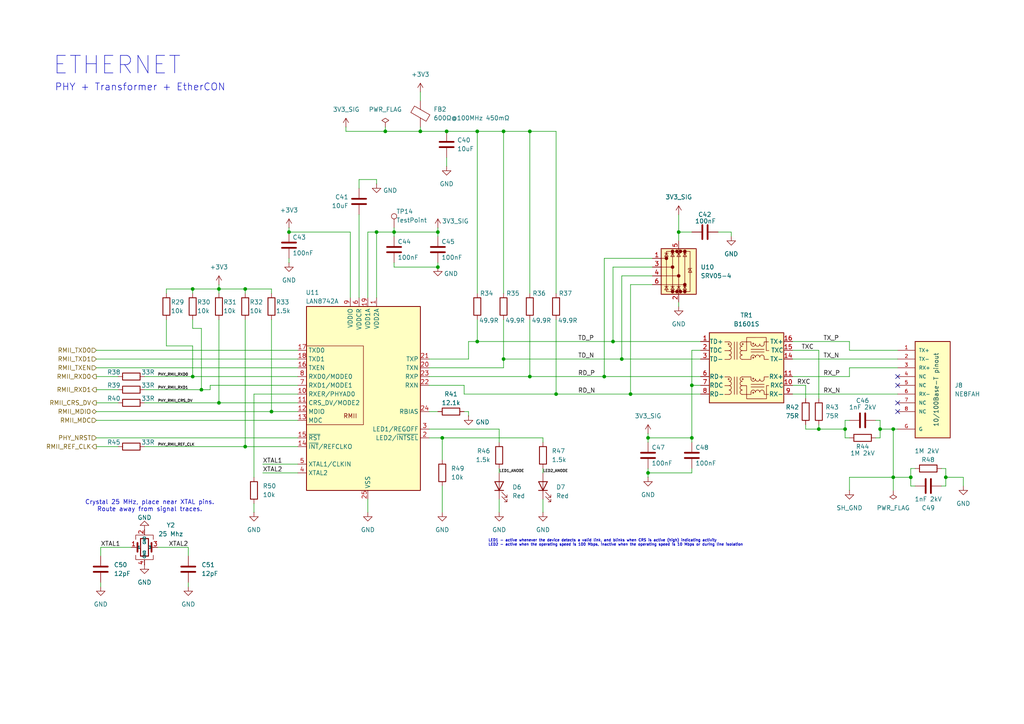
<source format=kicad_sch>
(kicad_sch (version 20250114) (generator "eeschema") (generator_version "9.0")
  (paper "A4")
  (lib_symbols
    (symbol "AV_Capacitors:0402CG120J500NT" (pin_numbers (hide yes)) (pin_names (offset 0.254))
      (property "Reference" "C" (at 0.635 2.54 0))
      (property "Value" "12pF" (at 0.635 -2.54 0))
      (symbol "0402CG120J500NT_1_1"
        (pin passive line (at 0 3.81 270) (length 2.794) (name "~") (number "1"))
        (pin passive line (at 0 -3.81 90) (length 2.794) (name "~") (number "2"))
      )
    )
    (symbol "AV_Capacitors:1206B102K202NT" (pin_numbers (hide yes)) (pin_names (offset 0.254))
      (property "Reference" "C" (at 0.635 2.54 0))
      (property "Value" "1nF 2kV" (at 0.635 -2.54 0))
      (symbol "1206B102K202NT_1_1"
        (pin passive line (at 0 3.81 270) (length 2.794) (name "~") (number "1"))
        (pin passive line (at 0 -3.81 90) (length 2.794) (name "~") (number "2"))
      )
    )
    (symbol "AV_Capacitors:CL05B104KO5NNNC" (pin_numbers (hide yes)) (pin_names (offset 0.254))
      (property "Reference" "C" (at 0.635 2.54 0))
      (property "Value" "100nF" (at 0.635 -2.54 0))
      (symbol "CL05B104KO5NNNC_1_1"
        (pin passive line (at 0 3.81 270) (length 2.794) (name "~") (number "1"))
        (pin passive line (at 0 -3.81 90) (length 2.794) (name "~") (number "2"))
      )
    )
    (symbol "AV_Capacitors:CL10A106KP8NNNC" (pin_numbers (hide yes)) (pin_names (offset 0.254))
      (property "Reference" "C" (at 0.635 2.54 0))
      (property "Value" "10uF" (at 0.635 -2.54 0))
      (symbol "CL10A106KP8NNNC_1_1"
        (pin passive line (at 0 3.81 270) (length 2.794) (name "~") (number "1"))
        (pin passive line (at 0 -3.81 90) (length 2.794) (name "~") (number "2"))
      )
    )
    (symbol "AV_Connectors:NE8FAH" (pin_names (offset 1.016)) (in_bom no)
      (property "Reference" "J" (at -5.08 15.24 0))
      (property "Value" "NE8FAH" (at -5.08 -17.78 0))
      (symbol "NE8FAH_0_0"
        (pin passive line (at -10.16 10.16 0) (length 5.08) (name "TX+") (number "1"))
        (pin passive line (at -10.16 7.62 0) (length 5.08) (name "TX-") (number "2"))
        (pin passive line (at -10.16 5.08 0) (length 5.08) (name "RX+") (number "3"))
        (pin passive line (at -10.16 2.54 0) (length 5.08) (name "NC") (number "4"))
        (pin passive line (at -10.16 0 0) (length 5.08) (name "NC") (number "5"))
        (pin passive line (at -10.16 -2.54 0) (length 5.08) (name "RX-") (number "6"))
        (pin passive line (at -10.16 -5.08 0) (length 5.08) (name "NC") (number "7"))
        (pin passive line (at -10.16 -7.62 0) (length 5.08) (name "NC") (number "8"))
        (pin passive line (at -10.16 -12.7 0) (length 5.08) (name "G") (number "G"))
      )
      (symbol "NE8FAH_1_1"
        (text "10/100Base-T pinout" (at 1.016 -1.27 900) (effects (font (size 1.27 1.27))))
      )
    )
    (symbol "AV_Diodes:KT-0603R" (pin_numbers (hide yes)) (pin_names (offset 1.016) (hide yes))
      (property "Reference" "D" (at 0 2.54 0))
      (property "Value" "Red" (at 0 -2.54 0))
      (symbol "KT-0603R_1_1"
        (pin passive line (at -3.81 0 0) (length 2.54) (name "K") (number "1"))
        (pin passive line (at 3.81 0 180) (length 2.54) (name "A") (number "2"))
      )
    )
    (symbol "AV_Diodes:SRV05-4" (pin_names (hide yes))
      (property "Reference" "U" (at 1.27 9.525 0))
      (property "Value" "SRV05-4" (at 1.27 6.985 0))
      (symbol "SRV05-4_1_1"
        (pin passive line (at -7.62 2.54 0) (length 2.54) (name "I/O1") (number "1"))
        (pin passive line (at -7.62 0 0) (length 2.54) (name "I/O2") (number "3"))
        (pin passive line (at -7.62 -2.54 0) (length 2.54) (name "I/O3") (number "4"))
        (pin passive line (at -7.62 -5.08 0) (length 2.54) (name "I/O4") (number "6"))
        (pin passive line (at 0 7.62 270) (length 2.54) (name "VBUS") (number "5"))
        (pin passive line (at 0 -10.16 90) (length 2.54) (name "GND") (number "2"))
      )
    )
    (symbol "AV_Filters:GZ1608D601TF" (pin_numbers (hide yes)) (pin_names (offset 0))
      (property "Reference" "FB" (at -3.81 0.635 90))
      (property "Value" "600Ω@100MHz 450mΩ" (at 3.81 0 90))
      (symbol "GZ1608D601TF_1_1"
        (pin passive line (at 0 3.81 270) (length 2.54) (name "~") (number "1"))
        (pin passive line (at 0 -3.81 90) (length 2.54) (name "~") (number "2"))
      )
    )
    (symbol "AV_ICs:LAN8742Ai-CZ-TR"
      (property "Reference" "U" (at -13.97 29.21 0))
      (property "Value" "LAN8742A" (at 15.24 29.21 0))
      (symbol "LAN8742Ai-CZ-TR_0_0"
        (text "RMII" (at -5.08 -3.81 0) (effects (font (size 1.27 1.27))))
      )
      (symbol "LAN8742Ai-CZ-TR_1_1"
        (pin input line (at -20.32 15.24 0) (length 2.54) (name "TXD0") (number "17"))
        (pin input line (at -20.32 12.7 0) (length 2.54) (name "TXD1") (number "18"))
        (pin input line (at -20.32 10.16 0) (length 2.54) (name "TXEN") (number "16"))
        (pin bidirectional line (at -20.32 7.62 0) (length 2.54) (name "RXD0/MODE0") (number "8"))
        (pin bidirectional line (at -20.32 5.08 0) (length 2.54) (name "RXD1/MODE1") (number "7"))
        (pin output line (at -20.32 2.54 0) (length 2.54) (name "RXER/PHYAD0") (number "10"))
        (pin bidirectional line (at -20.32 0 0) (length 2.54) (name "CRS_DV/MODE2") (number "11"))
        (pin bidirectional line (at -20.32 -2.54 0) (length 2.54) (name "MDIO") (number "12"))
        (pin input line (at -20.32 -5.08 0) (length 2.54) (name "MDC") (number "13"))
        (pin input line (at -20.32 -10.16 0) (length 2.54) (name "~{RST}") (number "15"))
        (pin output line (at -20.32 -12.7 0) (length 2.54) (name "~{INT}/REFCLKO") (number "14"))
        (pin input line (at -20.32 -17.78 0) (length 2.54) (name "XTAL1/CLKIN") (number "5"))
        (pin output line (at -20.32 -20.32 0) (length 2.54) (name "XTAL2") (number "4"))
        (pin power_in line (at -5.08 30.48 270) (length 2.54) (name "VDDIO") (number "9"))
        (pin power_out line (at -2.54 30.48 270) (length 2.54) (name "VDDCR") (number "6"))
        (pin power_in line (at 0 30.48 270) (length 2.54) (name "VDD1A") (number "19"))
        (pin power_in line (at 0 -27.94 90) (length 2.54) (name "VSS") (number "25"))
        (pin power_in line (at 2.54 30.48 270) (length 2.54) (name "VDD2A") (number "1"))
        (pin passive line (at 17.78 12.7 180) (length 2.54) (name "TXP") (number "21"))
        (pin passive line (at 17.78 10.16 180) (length 2.54) (name "TXN") (number "20"))
        (pin passive line (at 17.78 7.62 180) (length 2.54) (name "RXP") (number "23"))
        (pin passive line (at 17.78 5.08 180) (length 2.54) (name "RXN") (number "22"))
        (pin passive line (at 17.78 -2.54 180) (length 2.54) (name "RBIAS") (number "24"))
        (pin bidirectional line (at 17.78 -7.62 180) (length 2.54) (name "LED1/REGOFF") (number "3"))
        (pin bidirectional line (at 17.78 -10.16 180) (length 2.54) (name "LED2/~{INTSEL}") (number "2"))
      )
    )
    (symbol "AV_Isolation:B1601S" (pin_names (offset 0.0508))
      (property "Reference" "TR" (at -10.414 11.176 0))
      (property "Value" "B1601S" (at 6.604 11.176 0))
      (symbol "B1601S_1_0"
        (pin no_connect line (at -3.81 -12.7 90) (length 2.54) (hide yes) (name "NC") (number "4"))
        (pin no_connect line (at -1.27 -12.7 90) (length 2.54) (hide yes) (name "NC") (number "5"))
        (pin no_connect line (at 1.27 -12.7 90) (length 2.54) (hide yes) (name "NC") (number "13"))
        (pin no_connect line (at 3.81 -12.7 90) (length 2.54) (hide yes) (name "NC") (number "12"))
      )
      (symbol "B1601S_1_1"
        (pin passive line (at -13.97 7.62 0) (length 2.54) (name "TD+") (number "1"))
        (pin passive line (at -13.97 5.08 0) (length 2.54) (name "TDC") (number "2"))
        (pin passive line (at -13.97 2.54 0) (length 2.54) (name "TD-") (number "3"))
        (pin passive line (at -13.97 -2.54 0) (length 2.54) (name "RD+") (number "6"))
        (pin passive line (at -13.97 -5.08 0) (length 2.54) (name "RDC") (number "7"))
        (pin passive line (at -13.97 -7.62 0) (length 2.54) (name "RD-") (number "8"))
        (pin passive line (at 12.7 7.62 180) (length 2.54) (name "TX+") (number "16"))
        (pin passive line (at 12.7 5.08 180) (length 2.54) (name "TXC") (number "15"))
        (pin passive line (at 12.7 2.54 180) (length 2.54) (name "TX-") (number "14"))
        (pin passive line (at 12.7 -2.54 180) (length 2.54) (name "RX+") (number "11"))
        (pin passive line (at 12.7 -5.08 180) (length 2.54) (name "RXC") (number "10"))
        (pin passive line (at 12.7 -7.62 180) (length 2.54) (name "RX-") (number "9"))
      )
    )
    (symbol "AV_NoPart:TestPoint" (pin_numbers (hide yes)) (pin_names (offset 0.762) (hide yes)) (in_bom no)
      (property "Reference" "TP" (at 0 5.334 0))
      (symbol "TestPoint_1_1"
        (pin passive line (at 0 0 90) (length 2.54) (name "1") (number "1"))
      )
    )
    (symbol "AV_OscillatorsCrystals:X322525MOB4SI"
      (property "Reference" "Y" (at -5.588 4.572 0))
      (property "Value" "25 Mhz" (at 5.08 4.572 0))
      (symbol "X322525MOB4SI_1_1"
        (pin passive line (at -5.08 0 0) (length 1.27) (name "1") (number "1"))
        (pin passive line (at -1.27 5.08 270) (length 1.27) (name "GND") (number "2"))
        (pin passive line (at -1.27 -5.08 90) (length 1.27) (name "GND") (number "4"))
        (pin passive line (at 2.54 0 180) (length 1.27) (name "3") (number "3"))
      )
    )
    (symbol "AV_Power:3V3_SIG" (power) (pin_numbers (hide yes)) (pin_names (offset 0) (hide yes))
      (property "Value" "3V3_SIG" (at 0 3.556 0))
      (symbol "3V3_SIG_1_1"
        (pin power_in line (at 0 0 90) (length 0) (name "~") (number "1"))
      )
    )
    (symbol "AV_Power:SH_GND" (power) (pin_numbers (hide yes)) (pin_names (offset 0) (hide yes))
      (property "Value" "SH_GND" (at 0 -3.81 0))
      (symbol "SH_GND_1_1"
        (pin power_in line (at 0 0 270) (length 0) (name "~") (number "1"))
      )
    )
    (symbol "AV_Resistors:0402WGF1002TCE" (pin_numbers (hide yes)) (pin_names (offset 0))
      (property "Reference" "R" (at 2.032 0 90))
      (property "Value" "10k" (at 0 0 90))
      (symbol "0402WGF1002TCE_1_1"
        (pin passive line (at 0 3.81 270) (length 1.27) (name "~") (number "1"))
        (pin passive line (at 0 -3.81 90) (length 1.27) (name "~") (number "2"))
      )
    )
    (symbol "AV_Resistors:0402WGF1501TCE" (pin_numbers (hide yes)) (pin_names (offset 0))
      (property "Reference" "R" (at 2.032 0 90))
      (property "Value" "1.5k" (at 0 0 90))
      (symbol "0402WGF1501TCE_1_1"
        (pin passive line (at 0 3.81 270) (length 1.27) (name "~") (number "1"))
        (pin passive line (at 0 -3.81 90) (length 1.27) (name "~") (number "2"))
      )
    )
    (symbol "AV_Resistors:0402WGF330JTCE" (pin_numbers (hide yes)) (pin_names (offset 0))
      (property "Reference" "R" (at 2.032 0 90))
      (property "Value" "33R" (at 0 0 90))
      (symbol "0402WGF330JTCE_1_1"
        (pin passive line (at 0 3.81 270) (length 1.27) (name "~") (number "1"))
        (pin passive line (at 0 -3.81 90) (length 1.27) (name "~") (number "2"))
      )
    )
    (symbol "AV_Resistors:0402WGF499JTCE" (pin_numbers (hide yes)) (pin_names (offset 0))
      (property "Reference" "R" (at 2.032 0 90))
      (property "Value" "49.9R" (at 0 0 90))
      (symbol "0402WGF499JTCE_1_1"
        (pin passive line (at 0 3.81 270) (length 1.27) (name "~") (number "1"))
        (pin passive line (at 0 -3.81 90) (length 1.27) (name "~") (number "2"))
      )
    )
    (symbol "AV_Resistors:0603WAF750JT5E" (pin_numbers (hide yes)) (pin_names (offset 0))
      (property "Reference" "R" (at 2.032 0 90))
      (property "Value" "75R" (at 0 0 90))
      (symbol "0603WAF750JT5E_1_1"
        (pin passive line (at 0 3.81 270) (length 1.27) (name "~") (number "1"))
        (pin passive line (at 0 -3.81 90) (length 1.27) (name "~") (number "2"))
      )
    )
    (symbol "AV_Resistors:FRC0402F1212TS" (pin_numbers (hide yes)) (pin_names (offset 0))
      (property "Reference" "R" (at 2.032 0 90))
      (property "Value" "12.1k" (at 0 0 90))
      (symbol "FRC0402F1212TS_1_1"
        (pin passive line (at 0 3.81 270) (length 1.27) (name "~") (number "1"))
        (pin passive line (at 0 -3.81 90) (length 1.27) (name "~") (number "2"))
      )
    )
    (symbol "AV_Resistors:HV1007J0105T4E" (pin_numbers (hide yes)) (pin_names (offset 0))
      (property "Reference" "R" (at 2.032 0 90))
      (property "Value" "1M 2kV" (at 0 0 90))
      (symbol "HV1007J0105T4E_1_1"
        (pin passive line (at 0 3.81 270) (length 1.27) (name "~") (number "1"))
        (pin passive line (at 0 -3.81 90) (length 1.27) (name "~") (number "2"))
      )
    )
    (symbol "power:+3V3" (power) (pin_numbers (hide yes)) (pin_names (offset 0) (hide yes))
      (property "Value" "+3V3" (at 0 3.556 0))
      (symbol "+3V3_1_1"
        (pin power_in line (at 0 0 90) (length 0) (name "~") (number "1"))
      )
    )
    (symbol "power:GND" (power) (pin_numbers (hide yes)) (pin_names (offset 0) (hide yes))
      (property "Value" "GND" (at 0 -3.81 0))
      (symbol "GND_1_1"
        (pin power_in line (at 0 0 270) (length 0) (name "~") (number "1"))
      )
    )
    (symbol "power:PWR_FLAG" (power) (pin_numbers (hide yes)) (pin_names (offset 0) (hide yes))
      (property "Value" "PWR_FLAG" (at 0 3.81 0))
      (symbol "PWR_FLAG_0_0"
        (pin power_out line (at 0 0 90) (length 0) (name "~") (number "1"))
      )
    )
  )
  (text "LED1 - active whenever the device detects a valid link, and blinks when CRS is active (high) indicating activity\nLED2 - active when the operating speed is 100 Mbps, inactive when the operating speed is 10 Mbps or during line isolation" (at 141.605 157.48 0) (effects (font (size 0.762 0.762)) (justify left)))
  (text "PHY + Transformer + EtherCON" (at 15.875 25.4 0) (effects (font (size 2.032 2.032)) (justify left)))
  (text "ETHERNET" (at 15.24 19.05 0) (effects (font (size 5.08 5.08)) (justify left)))
  (text "Crystal 25 MHz, place near XTAL pins.\nRoute away from signal traces." (at 43.434 146.812 0) (effects (font (size 1.27 1.27))))
  (junction (at 264.16 138.43))
  (junction (at 138.43 38.1))
  (junction (at 63.5 116.84))
  (junction (at 71.12 129.54))
  (junction (at 237.49 124.46))
  (junction (at 55.88 109.22))
  (junction (at 146.05 104.14))
  (junction (at 180.34 104.14))
  (junction (at 259.08 138.43))
  (junction (at 259.08 124.46))
  (junction (at 127 77.47))
  (junction (at 111.76 38.1))
  (junction (at 121.92 38.1))
  (junction (at 83.82 67.31))
  (junction (at 182.88 114.3))
  (junction (at 200.66 127))
  (junction (at 129.54 38.1))
  (junction (at 187.96 137.16))
  (junction (at 78.74 119.38))
  (junction (at 245.11 124.46))
  (junction (at 58.42 113.03))
  (junction (at 63.5 83.82))
  (junction (at 175.26 109.22))
  (junction (at 177.8 99.06))
  (junction (at 114.3 67.31))
  (junction (at 255.27 124.46))
  (junction (at 127 67.31))
  (junction (at 128.27 127))
  (junction (at 109.22 67.31))
  (junction (at 200.66 111.76))
  (junction (at 71.12 83.82))
  (junction (at 187.96 127))
  (junction (at 161.29 114.3))
  (junction (at 138.43 99.06))
  (junction (at 196.85 67.31))
  (junction (at 274.32 138.43))
  (junction (at 153.67 38.1))
  (junction (at 146.05 38.1))
  (junction (at 55.88 83.82))
  (junction (at 153.67 109.22))
  (no_connect (at 260.35 119.38))
  (no_connect (at 260.35 111.76))
  (no_connect (at 260.35 116.84))
  (no_connect (at 260.35 109.22))
  (wire (pts (xy 124.46 119.38) (xy 127 119.38)))
  (wire (pts (xy 153.67 38.1) (xy 161.29 38.1)))
  (wire (pts (xy 27.94 129.54) (xy 34.29 129.54)))
  (wire (pts (xy 73.66 146.05) (xy 73.66 148.59)))
  (wire (pts (xy 138.43 99.06) (xy 177.8 99.06)))
  (wire (pts (xy 129.54 45.72) (xy 129.54 48.26)))
  (wire (pts (xy 177.8 77.47) (xy 177.8 99.06)))
  (wire (pts (xy 71.12 83.82) (xy 71.12 85.09)))
  (wire (pts (xy 76.2 134.62) (xy 86.36 134.62)))
  (wire (pts (xy 246.38 121.92) (xy 245.11 121.92)))
  (wire (pts (xy 114.3 76.2) (xy 114.3 77.47)))
  (wire (pts (xy 73.66 114.3) (xy 73.66 138.43)))
  (wire (pts (xy 63.5 83.82) (xy 71.12 83.82)))
  (wire (pts (xy 27.94 113.03) (xy 34.29 113.03)))
  (wire (pts (xy 146.05 38.1) (xy 146.05 85.09)))
  (wire (pts (xy 237.49 101.6) (xy 237.49 115.57)))
  (wire (pts (xy 101.6 67.31) (xy 101.6 86.36)))
  (wire (pts (xy 259.08 124.46) (xy 260.35 124.46)))
  (wire (pts (xy 29.21 158.75) (xy 38.1 158.75)))
  (wire (pts (xy 54.61 158.75) (xy 54.61 161.29)))
  (wire (pts (xy 200.66 101.6) (xy 200.66 111.76)))
  (wire (pts (xy 161.29 92.71) (xy 161.29 114.3)))
  (wire (pts (xy 78.74 92.71) (xy 78.74 119.38)))
  (wire (pts (xy 109.22 52.07) (xy 109.22 53.34)))
  (wire (pts (xy 135.89 99.06) (xy 135.89 104.14)))
  (wire (pts (xy 138.43 38.1) (xy 138.43 85.09)))
  (wire (pts (xy 203.2 101.6) (xy 200.66 101.6)))
  (wire (pts (xy 63.5 82.55) (xy 63.5 83.82)))
  (wire (pts (xy 196.85 62.23) (xy 196.85 67.31)))
  (wire (pts (xy 55.88 83.82) (xy 55.88 85.09)))
  (wire (pts (xy 273.05 135.89) (xy 274.32 135.89)))
  (wire (pts (xy 200.66 111.76) (xy 200.66 127)))
  (wire (pts (xy 71.12 129.54) (xy 86.36 129.54)))
  (wire (pts (xy 255.27 121.92) (xy 255.27 124.46)))
  (wire (pts (xy 196.85 87.63) (xy 196.85 88.9)))
  (wire (pts (xy 229.87 109.22) (xy 246.38 109.22)))
  (wire (pts (xy 187.96 138.43) (xy 187.96 137.16)))
  (wire (pts (xy 135.89 120.65) (xy 135.89 119.38)))
  (wire (pts (xy 259.08 138.43) (xy 259.08 142.24)))
  (wire (pts (xy 128.27 133.35) (xy 128.27 127)))
  (wire (pts (xy 111.76 36.83) (xy 111.76 38.1)))
  (wire (pts (xy 144.78 144.78) (xy 144.78 148.59)))
  (wire (pts (xy 129.54 38.1) (xy 138.43 38.1)))
  (wire (pts (xy 114.3 77.47) (xy 127 77.47)))
  (wire (pts (xy 138.43 92.71) (xy 138.43 99.06)))
  (wire (pts (xy 255.27 124.46) (xy 255.27 127)))
  (wire (pts (xy 83.82 66.04) (xy 83.82 67.31)))
  (wire (pts (xy 104.14 52.07) (xy 109.22 52.07)))
  (wire (pts (xy 187.96 127) (xy 187.96 128.27)))
  (wire (pts (xy 200.66 111.76) (xy 203.2 111.76)))
  (wire (pts (xy 78.74 119.38) (xy 86.36 119.38)))
  (wire (pts (xy 27.94 116.84) (xy 34.29 116.84)))
  (wire (pts (xy 161.29 114.3) (xy 134.62 114.3)))
  (wire (pts (xy 254 127) (xy 255.27 127)))
  (wire (pts (xy 106.68 67.31) (xy 109.22 67.31)))
  (wire (pts (xy 109.22 67.31) (xy 109.22 86.36)))
  (wire (pts (xy 175.26 74.93) (xy 175.26 109.22)))
  (wire (pts (xy 229.87 99.06) (xy 246.38 99.06)))
  (wire (pts (xy 153.67 109.22) (xy 175.26 109.22)))
  (wire (pts (xy 73.66 114.3) (xy 86.36 114.3)))
  (wire (pts (xy 212.09 67.31) (xy 212.09 68.58)))
  (wire (pts (xy 138.43 38.1) (xy 146.05 38.1)))
  (wire (pts (xy 27.94 121.92) (xy 86.36 121.92)))
  (wire (pts (xy 41.91 116.84) (xy 63.5 116.84)))
  (wire (pts (xy 153.67 38.1) (xy 153.67 85.09)))
  (wire (pts (xy 229.87 111.76) (xy 233.68 111.76)))
  (wire (pts (xy 124.46 104.14) (xy 135.89 104.14)))
  (wire (pts (xy 29.21 168.91) (xy 29.21 170.18)))
  (wire (pts (xy 124.46 106.68) (xy 146.05 106.68)))
  (wire (pts (xy 245.11 127) (xy 246.38 127)))
  (wire (pts (xy 246.38 101.6) (xy 260.35 101.6)))
  (wire (pts (xy 55.88 83.82) (xy 63.5 83.82)))
  (wire (pts (xy 121.92 38.1) (xy 129.54 38.1)))
  (wire (pts (xy 259.08 138.43) (xy 264.16 138.43)))
  (wire (pts (xy 41.91 113.03) (xy 58.42 113.03)))
  (wire (pts (xy 200.66 128.27) (xy 200.66 127)))
  (wire (pts (xy 41.91 129.54) (xy 71.12 129.54)))
  (wire (pts (xy 100.33 38.1) (xy 111.76 38.1)))
  (wire (pts (xy 55.88 83.82) (xy 48.26 83.82)))
  (wire (pts (xy 177.8 99.06) (xy 203.2 99.06)))
  (wire (pts (xy 111.76 38.1) (xy 121.92 38.1)))
  (wire (pts (xy 175.26 109.22) (xy 203.2 109.22)))
  (wire (pts (xy 27.94 101.6) (xy 86.36 101.6)))
  (wire (pts (xy 83.82 74.93) (xy 83.82 76.2)))
  (wire (pts (xy 27.94 127) (xy 86.36 127)))
  (wire (pts (xy 187.96 137.16) (xy 187.96 135.89)))
  (wire (pts (xy 157.48 127) (xy 157.48 128.27)))
  (wire (pts (xy 58.42 113.03) (xy 60.96 113.03)))
  (wire (pts (xy 78.74 83.82) (xy 71.12 83.82)))
  (wire (pts (xy 264.16 138.43) (xy 264.16 135.89)))
  (wire (pts (xy 246.38 106.68) (xy 246.38 109.22)))
  (wire (pts (xy 146.05 92.71) (xy 146.05 104.14)))
  (wire (pts (xy 58.42 95.25) (xy 58.42 113.03)))
  (wire (pts (xy 60.96 113.03) (xy 60.96 111.76)))
  (wire (pts (xy 127 67.31) (xy 127 68.58)))
  (wire (pts (xy 200.66 127) (xy 187.96 127)))
  (wire (pts (xy 135.89 119.38) (xy 134.62 119.38)))
  (wire (pts (xy 124.46 109.22) (xy 153.67 109.22)))
  (wire (pts (xy 55.88 92.71) (xy 55.88 95.25)))
  (wire (pts (xy 106.68 67.31) (xy 106.68 86.36)))
  (wire (pts (xy 229.87 101.6) (xy 237.49 101.6)))
  (wire (pts (xy 233.68 123.19) (xy 233.68 124.46)))
  (wire (pts (xy 274.32 135.89) (xy 274.32 138.43)))
  (wire (pts (xy 180.34 104.14) (xy 203.2 104.14)))
  (wire (pts (xy 153.67 92.71) (xy 153.67 109.22)))
  (wire (pts (xy 182.88 82.55) (xy 182.88 114.3)))
  (wire (pts (xy 161.29 38.1) (xy 161.29 85.09)))
  (wire (pts (xy 124.46 124.46) (xy 144.78 124.46)))
  (wire (pts (xy 121.92 26.67) (xy 121.92 29.21)))
  (wire (pts (xy 138.43 99.06) (xy 135.89 99.06)))
  (wire (pts (xy 127 77.47) (xy 127 76.2)))
  (wire (pts (xy 187.96 137.16) (xy 200.66 137.16)))
  (wire (pts (xy 100.33 36.83) (xy 100.33 38.1)))
  (wire (pts (xy 29.21 158.75) (xy 29.21 161.29)))
  (wire (pts (xy 55.88 100.33) (xy 55.88 109.22)))
  (wire (pts (xy 189.23 77.47) (xy 177.8 77.47)))
  (wire (pts (xy 161.29 114.3) (xy 182.88 114.3)))
  (wire (pts (xy 76.2 137.16) (xy 86.36 137.16)))
  (wire (pts (xy 146.05 106.68) (xy 146.05 104.14)))
  (wire (pts (xy 274.32 138.43) (xy 274.32 140.97)))
  (wire (pts (xy 60.96 111.76) (xy 86.36 111.76)))
  (wire (pts (xy 48.26 100.33) (xy 55.88 100.33)))
  (wire (pts (xy 114.3 67.31) (xy 127 67.31)))
  (wire (pts (xy 264.16 135.89) (xy 265.43 135.89)))
  (wire (pts (xy 279.4 138.43) (xy 279.4 140.97)))
  (wire (pts (xy 109.22 67.31) (xy 114.3 67.31)))
  (wire (pts (xy 189.23 82.55) (xy 182.88 82.55)))
  (wire (pts (xy 27.94 109.22) (xy 34.29 109.22)))
  (wire (pts (xy 106.68 144.78) (xy 106.68 148.59)))
  (wire (pts (xy 246.38 101.6) (xy 246.38 99.06)))
  (wire (pts (xy 157.48 144.78) (xy 157.48 148.59)))
  (wire (pts (xy 104.14 62.23) (xy 104.14 86.36)))
  (wire (pts (xy 134.62 114.3) (xy 134.62 111.76)))
  (wire (pts (xy 27.94 104.14) (xy 86.36 104.14)))
  (wire (pts (xy 237.49 124.46) (xy 233.68 124.46)))
  (wire (pts (xy 114.3 66.04) (xy 114.3 67.31)))
  (wire (pts (xy 246.38 138.43) (xy 246.38 142.24)))
  (wire (pts (xy 128.27 140.97) (xy 128.27 148.59)))
  (wire (pts (xy 114.3 68.58) (xy 114.3 67.31)))
  (wire (pts (xy 265.43 140.97) (xy 264.16 140.97)))
  (wire (pts (xy 104.14 52.07) (xy 104.14 54.61)))
  (wire (pts (xy 78.74 85.09) (xy 78.74 83.82)))
  (wire (pts (xy 134.62 111.76) (xy 124.46 111.76)))
  (wire (pts (xy 200.66 135.89) (xy 200.66 137.16)))
  (wire (pts (xy 63.5 83.82) (xy 63.5 85.09)))
  (wire (pts (xy 48.26 83.82) (xy 48.26 85.09)))
  (wire (pts (xy 189.23 74.93) (xy 175.26 74.93)))
  (wire (pts (xy 63.5 116.84) (xy 86.36 116.84)))
  (wire (pts (xy 245.11 121.92) (xy 245.11 124.46)))
  (wire (pts (xy 55.88 95.25) (xy 58.42 95.25)))
  (wire (pts (xy 229.87 114.3) (xy 260.35 114.3)))
  (wire (pts (xy 279.4 138.43) (xy 274.32 138.43)))
  (wire (pts (xy 189.23 80.01) (xy 180.34 80.01)))
  (wire (pts (xy 264.16 140.97) (xy 264.16 138.43)))
  (wire (pts (xy 144.78 135.89) (xy 144.78 137.16)))
  (wire (pts (xy 157.48 135.89) (xy 157.48 137.16)))
  (wire (pts (xy 255.27 124.46) (xy 259.08 124.46)))
  (wire (pts (xy 233.68 111.76) (xy 233.68 115.57)))
  (wire (pts (xy 146.05 104.14) (xy 180.34 104.14)))
  (wire (pts (xy 121.92 38.1) (xy 121.92 36.83)))
  (wire (pts (xy 55.88 109.22) (xy 86.36 109.22)))
  (wire (pts (xy 182.88 114.3) (xy 203.2 114.3)))
  (wire (pts (xy 144.78 124.46) (xy 144.78 128.27)))
  (wire (pts (xy 127 66.04) (xy 127 67.31)))
  (wire (pts (xy 196.85 67.31) (xy 200.66 67.31)))
  (wire (pts (xy 27.94 106.68) (xy 86.36 106.68)))
  (wire (pts (xy 63.5 92.71) (xy 63.5 116.84)))
  (wire (pts (xy 237.49 124.46) (xy 245.11 124.46)))
  (wire (pts (xy 237.49 123.19) (xy 237.49 124.46)))
  (wire (pts (xy 41.91 109.22) (xy 55.88 109.22)))
  (wire (pts (xy 208.28 67.31) (xy 212.09 67.31)))
  (wire (pts (xy 245.11 124.46) (xy 245.11 127)))
  (wire (pts (xy 124.46 127) (xy 128.27 127)))
  (wire (pts (xy 196.85 67.31) (xy 196.85 69.85)))
  (wire (pts (xy 83.82 67.31) (xy 101.6 67.31)))
  (wire (pts (xy 27.94 119.38) (xy 78.74 119.38)))
  (wire (pts (xy 259.08 124.46) (xy 259.08 138.43)))
  (wire (pts (xy 146.05 38.1) (xy 153.67 38.1)))
  (wire (pts (xy 229.87 104.14) (xy 260.35 104.14)))
  (wire (pts (xy 246.38 138.43) (xy 259.08 138.43)))
  (wire (pts (xy 128.27 127) (xy 157.48 127)))
  (wire (pts (xy 54.61 168.91) (xy 54.61 170.18)))
  (wire (pts (xy 260.35 106.68) (xy 246.38 106.68)))
  (wire (pts (xy 187.96 127) (xy 187.96 125.73)))
  (wire (pts (xy 48.26 92.71) (xy 48.26 100.33)))
  (wire (pts (xy 254 121.92) (xy 255.27 121.92)))
  (wire (pts (xy 71.12 92.71) (xy 71.12 129.54)))
  (wire (pts (xy 45.72 158.75) (xy 54.61 158.75)))
  (wire (pts (xy 180.34 80.01) (xy 180.34 104.14)))
  (wire (pts (xy 273.05 140.97) (xy 274.32 140.97)))
  (label "PHY_RMII_RXD1" (at 45.72 113.03 0) (effects (font (size 0.762 0.762))))
  (label "XTAL1" (at 29.21 158.75 0) (effects (font (thickness 0.1588))))
  (label "TX_N" (at 238.76 104.14 0))
  (label "PHY_RMII_REF_CLK" (at 45.72 129.54 0) (effects (font (size 0.762 0.762))))
  (label "RXC" (at 231.14 111.76 0))
  (label "TD_P" (at 167.64 99.06 0))
  (label "RX_P" (at 238.76 109.22 0))
  (label "LED1_ANODE" (at 144.78 137.16 0) (effects (font (size 0.762 0.762))))
  (label "XTAL2" (at 76.2 137.16 0) (effects (font (thickness 0.1588))))
  (label "LED2_ANODE" (at 157.48 137.16 0) (effects (font (size 0.762 0.762))))
  (label "PHY_RMII_RXD0" (at 45.72 109.22 0) (effects (font (size 0.762 0.762))))
  (label "XTAL2" (at 54.61 158.75 180) (effects (font (thickness 0.1588))))
  (label "TXC" (at 232.41 101.6 0))
  (label "TX_P" (at 238.76 99.06 0))
  (label "XTAL1" (at 76.2 134.62 0) (effects (font (thickness 0.1588))))
  (label "RD_P" (at 167.64 109.22 0))
  (label "RD_N" (at 167.64 114.3 0))
  (label "PHY_RMII_CRS_DV" (at 45.72 116.84 0) (effects (font (size 0.762 0.762))))
  (label "TD_N" (at 167.64 104.14 0))
  (label "RX_N" (at 238.76 114.3 0))
  (hierarchical_label "RMII_TXD0" (shape input) (at 27.94 101.6 180))
  (hierarchical_label "RMII_MDC" (shape input) (at 27.94 121.92 180))
  (hierarchical_label "PHY_NRST" (shape input) (at 27.94 127 180))
  (hierarchical_label "RMII_CRS_DV" (shape output) (at 27.94 116.84 180))
  (hierarchical_label "RMII_REF_CLK" (shape output) (at 27.94 129.54 180))
  (hierarchical_label "RMII_RXD1" (shape output) (at 27.94 113.03 180))
  (hierarchical_label "RMII_TXEN" (shape input) (at 27.94 106.68 180))
  (hierarchical_label "RMII_TXD1" (shape input) (at 27.94 104.14 180))
  (hierarchical_label "RMII_MDIO" (shape bidirectional) (at 27.94 119.38 180))
  (hierarchical_label "RMII_RXD0" (shape output) (at 27.94 109.22 180))
  (symbol (lib_id "power:+3V3") (at 121.92 26.67 0) (unit 1)
    (property "Reference" "#PWR077" (effects (hide yes)))
    (property "Value" "+3V3" (at 121.92 21.59 0))
    (property "Description" "Power symbol creates a global label with name \"+3V3\"" (effects (hide yes)))
  )
  (symbol (lib_id "AV_OscillatorsCrystals:X322525MOB4SI") (at 43.18 158.75 0) (unit 1)
    (property "Reference" "Y2" (at 49.53 152.3298 0))
    (property "Value" "25 Mhz" (at 49.53 154.8698 0))
    (property "Footprint" "Crystal:Crystal_SMD_3225-4Pin_3.2x2.5mm" (effects (hide yes)))
    (property "Datasheet" "https://www.lcsc.com/datasheet/C9006.pdf" (effects (hide yes)))
    (property "Description" "25MHz Crystal 12pF" (effects (hide yes)))
    (property "LCSC" "C9006" (effects (hide yes)))
  )
  (symbol (lib_id "power:PWR_FLAG") (at 259.08 142.24 180) (unit 1)
    (property "Reference" "#FLG011" (effects (hide yes)))
    (property "Value" "PWR_FLAG" (at 259.08 147.32 0))
    (property "Description" "Special symbol for telling ERC where power comes from" (effects (hide yes)))
  )
  (symbol (lib_id "power:GND") (at 54.61 170.18 0) (unit 1)
    (property "Reference" "#PWR0102" (effects (hide yes)))
    (property "Value" "GND" (at 54.61 175.26 0))
    (property "Description" "Power symbol creates a global label with name \"GND\" , ground" (effects (hide yes)))
  )
  (symbol (lib_id "AV_Capacitors:0402CG120J500NT") (at 29.21 165.1 0) (unit 1)
    (property "Reference" "C50" (at 33.02 163.8299 0) (effects (justify left)))
    (property "Value" "12pF" (at 33.02 166.3699 0) (effects (justify left)))
    (property "Footprint" "Capacitor_SMD:C_0402_1005Metric" (effects (hide yes)))
    (property "Description" "CAP CER 12pF 50V C0G 0402" (effects (hide yes)))
    (property "LCSC" "C1547" (effects (hide yes)))
  )
  (symbol (lib_id "AV_Resistors:0402WGF499JTCE") (at 146.05 88.9 0) (unit 1)
    (property "Reference" "R35" (at 146.812 85.09 0) (effects (justify left)))
    (property "Value" "49.9R" (at 146.558 92.964 0) (effects (justify left)))
    (property "Footprint" "Resistor_SMD:R_0402_1005Metric" (effects (hide yes)))
    (property "Description" "RES 49.9Ω ±1% 62.5mW 0402" (effects (hide yes)))
    (property "LCSC" "C25120" (effects (hide yes)))
  )
  (symbol (lib_id "AV_Capacitors:CL10A106KP8NNNC") (at 104.14 58.42 0) (mirror y) (unit 1)
    (property "Reference" "C41" (at 101.092 57.15 0) (effects (justify left)))
    (property "Value" "10uF" (at 101.092 59.69 0) (effects (justify left)))
    (property "Footprint" "Capacitor_SMD:C_0603_1608Metric" (effects (hide yes)))
    (property "Datasheet" "https://www.lcsc.com/datasheet/C19702.pdf" (effects (hide yes)))
    (property "Description" "CAP CER 10uF 10V 10% X5R 0603" (effects (hide yes)))
    (property "LCSC" "C19702" (effects (hide yes)))
  )
  (symbol (lib_id "AV_Resistors:0402WGF499JTCE") (at 138.43 88.9 0) (unit 1)
    (property "Reference" "R34" (at 139.192 85.09 0) (effects (justify left)))
    (property "Value" "49.9R" (at 138.938 92.964 0) (effects (justify left)))
    (property "Footprint" "Resistor_SMD:R_0402_1005Metric" (effects (hide yes)))
    (property "Description" "RES 49.9Ω ±1% 62.5mW 0402" (effects (hide yes)))
    (property "LCSC" "C25120" (effects (hide yes)))
  )
  (symbol (lib_id "AV_Power:SH_GND") (at 246.38 142.24 0) (unit 1)
    (property "Reference" "#PWR093" (effects (hide yes)))
    (property "Value" "SH_GND" (at 246.38 147.32 0))
    (property "Description" "Power symbol creates a global label with name \"GND\" , ground" (effects (hide yes)))
  )
  (symbol (lib_id "power:GND") (at 135.89 120.65 0) (unit 1)
    (property "Reference" "#PWR089" (effects (hide yes)))
    (property "Value" "GND" (at 139.954 122.428 0))
    (property "Description" "Power symbol creates a global label with name \"GND\" , ground" (effects (hide yes)))
  )
  (symbol (lib_id "AV_Resistors:0402WGF1002TCE") (at 48.26 88.9 0) (unit 1)
    (property "Reference" "R29" (at 49.53 87.63 0) (effects (justify left)))
    (property "Value" "10k" (at 49.53 90.17 0) (effects (justify left)))
    (property "Footprint" "Resistor_SMD:R_0402_1005Metric" (effects (hide yes)))
    (property "Description" "RES 10kΩ ±1% 62.5mW 0402" (effects (hide yes)))
    (property "LCSC" "C25744" (effects (hide yes)))
  )
  (symbol (lib_id "power:GND") (at 106.68 148.59 0) (unit 1)
    (property "Reference" "#PWR095" (effects (hide yes)))
    (property "Value" "GND" (at 106.68 153.67 0))
    (property "Description" "Power symbol creates a global label with name \"GND\" , ground" (effects (hide yes)))
  )
  (symbol (lib_id "AV_Resistors:0402WGF330JTCE") (at 38.1 109.22 90) (unit 1)
    (property "Reference" "R38" (at 33.02 107.95 90))
    (property "Value" "33R" (at 42.926 107.95 90))
    (property "Footprint" "Resistor_SMD:R_0402_1005Metric" (effects (hide yes)))
    (property "Description" "RES 33Ω ±1% 62.5mW 0402" (effects (hide yes)))
    (property "LCSC" "C25105" (effects (hide yes)))
  )
  (symbol (lib_id "AV_Diodes:SRV05-4") (at 196.85 77.47 0) (unit 1)
    (property "Reference" "U10" (at 203.2 77.4699 0) (effects (justify left)))
    (property "Value" "SRV05-4" (at 203.2 80.0099 0) (effects (justify left)))
    (property "Footprint" "Package_TO_SOT_SMD:SOT-23-6" (effects (hide yes)))
    (property "Datasheet" "https://jlcpcb.com/api/file/downloadByFileSystemAccessId/8590905124175241216" (effects (hide yes)))
    (property "Description" "Very low capacitance ESD protection diode, 4 data-line, SOT-23-6" (effects (hide yes)))
    (property "LCSC" "C7420376" (effects (hide yes)))
  )
  (symbol (lib_id "power:GND") (at 157.48 148.59 0) (unit 1)
    (property "Reference" "#PWR098" (effects (hide yes)))
    (property "Value" "GND" (at 157.48 153.67 0))
    (property "Description" "Power symbol creates a global label with name \"GND\" , ground" (effects (hide yes)))
  )
  (symbol (lib_id "AV_Resistors:HV1007J0105T4E") (at 269.24 135.89 90) (unit 1)
    (property "Reference" "R48" (at 271.145 133.35 90) (effects (justify left)))
    (property "Value" "1M 2kV" (at 272.415 130.81 90) (effects (justify left)))
    (property "Footprint" "Resistor_SMD:R_2010_5025Metric" (effects (hide yes)))
    (property "Description" "RES 1MΩ ±5% 2kV 750mW 2010" (effects (hide yes)))
    (property "LCSC" "C2779367" (effects (hide yes)))
  )
  (symbol (lib_id "AV_Power:3V3_SIG") (at 127 66.04 0) (unit 1)
    (property "Reference" "#PWR083" (effects (hide yes)))
    (property "Value" "3V3_SIG" (at 132.08 64.135 0))
    (property "Description" "Power symbol creates a global label with name \"+3V3\"" (effects (hide yes)))
  )
  (symbol (lib_id "AV_Resistors:0402WGF330JTCE") (at 38.1 116.84 90) (unit 1)
    (property "Reference" "R40" (at 33.02 115.57 90))
    (property "Value" "33R" (at 42.926 115.57 90))
    (property "Footprint" "Resistor_SMD:R_0402_1005Metric" (effects (hide yes)))
    (property "Description" "RES 33Ω ±1% 62.5mW 0402" (effects (hide yes)))
    (property "LCSC" "C25105" (effects (hide yes)))
  )
  (symbol (lib_id "power:GND") (at 29.21 170.18 0) (unit 1)
    (property "Reference" "#PWR0101" (effects (hide yes)))
    (property "Value" "GND" (at 29.21 175.26 0))
    (property "Description" "Power symbol creates a global label with name \"GND\" , ground" (effects (hide yes)))
  )
  (symbol (lib_id "AV_Resistors:0402WGF1002TCE") (at 71.12 88.9 0) (unit 1)
    (property "Reference" "R32" (at 72.39 87.63 0) (effects (justify left)))
    (property "Value" "10k" (at 72.39 90.17 0) (effects (justify left)))
    (property "Footprint" "Resistor_SMD:R_0402_1005Metric" (effects (hide yes)))
    (property "Description" "RES 10kΩ ±1% 62.5mW 0402" (effects (hide yes)))
    (property "LCSC" "C25744" (effects (hide yes)))
  )
  (symbol (lib_id "power:+3V3") (at 63.5 82.55 0) (unit 1)
    (property "Reference" "#PWR087" (effects (hide yes)))
    (property "Value" "+3V3" (at 63.5 77.47 0))
    (property "Description" "Power symbol creates a global label with name \"+3V3\"" (effects (hide yes)))
  )
  (symbol (lib_id "AV_Capacitors:CL05B104KO5NNNC") (at 114.3 72.39 0) (unit 1)
    (property "Reference" "C44" (at 115.316 70.104 0) (effects (justify left)))
    (property "Value" "100nF" (at 115.316 74.676 0) (effects (justify left)))
    (property "Footprint" "Capacitor_SMD:C_0402_1005Metric" (effects (hide yes)))
    (property "Description" "CAP CER 100nF 16V X7R 0402" (effects (hide yes)))
    (property "LCSC" "C1525" (effects (hide yes)))
  )
  (symbol (lib_id "power:GND") (at 128.27 148.59 0) (unit 1)
    (property "Reference" "#PWR096" (effects (hide yes)))
    (property "Value" "GND" (at 128.27 153.67 0))
    (property "Description" "Power symbol creates a global label with name \"GND\" , ground" (effects (hide yes)))
  )
  (symbol (lib_id "AV_Capacitors:CL10A106KP8NNNC") (at 129.54 41.91 0) (unit 1)
    (property "Reference" "C40" (at 132.588 40.64 0) (effects (justify left)))
    (property "Value" "10uF" (at 132.588 43.18 0) (effects (justify left)))
    (property "Footprint" "Capacitor_SMD:C_0603_1608Metric" (effects (hide yes)))
    (property "Datasheet" "https://www.lcsc.com/datasheet/C19702.pdf" (effects (hide yes)))
    (property "Description" "CAP CER 10uF 10V 10% X5R 0603" (effects (hide yes)))
    (property "LCSC" "C19702" (effects (hide yes)))
  )
  (symbol (lib_id "power:GND") (at 279.4 140.97 0) (unit 1)
    (property "Reference" "#PWR092" (effects (hide yes)))
    (property "Value" "GND" (at 279.4 146.05 0))
    (property "Description" "Power symbol creates a global label with name \"GND\" , ground" (effects (hide yes)))
  )
  (symbol (lib_id "AV_Capacitors:0402CG120J500NT") (at 54.61 165.1 0) (unit 1)
    (property "Reference" "C51" (at 58.42 163.8299 0) (effects (justify left)))
    (property "Value" "12pF" (at 58.42 166.3699 0) (effects (justify left)))
    (property "Footprint" "Capacitor_SMD:C_0402_1005Metric" (effects (hide yes)))
    (property "Description" "CAP CER 12pF 50V C0G 0402" (effects (hide yes)))
    (property "LCSC" "C1547" (effects (hide yes)))
  )
  (symbol (lib_id "AV_Power:3V3_SIG") (at 100.33 36.83 0) (unit 1)
    (property "Reference" "#PWR078" (effects (hide yes)))
    (property "Value" "3V3_SIG" (at 96.52 31.75 0) (effects (justify left)))
    (property "Description" "Power symbol creates a global label with name \"+3V3\"" (effects (hide yes)))
  )
  (symbol (lib_id "AV_Connectors:NE8FAH") (at 270.51 111.76 0) (unit 1)
    (property "Reference" "J8" (at 276.86 111.7599 0) (effects (justify left)))
    (property "Value" "NE8FAH" (at 276.86 114.2999 0) (effects (justify left)))
    (property "Footprint" "AV_CONNECTORS:NEUTRIK_NE8FAH" (effects (hide yes)))
    (property "Datasheet" "https://www.lcsc.com/datasheet/C368497.pdf" (effects (hide yes)))
    (property "Description" "Neutrik EtherCON THT Horizontal" (effects (hide yes)))
    (property "MF" "Neutrik" (effects (hide yes)))
    (property "MAXIMUM_PACKAGE_HEIGHT" "25.00mm" (effects (hide yes)))
    (property "Package" "None" (effects (hide yes)))
    (property "Price" "None" (effects (hide yes)))
    (property "Check_prices" "https://www.snapeda.com/parts/NE8FAH/Neutrik/view-part/?ref=eda" (effects (hide yes)))
    (property "STANDARD" "Manufacturer Recommendations" (effects (hide yes)))
    (property "PARTREV" "16.04.02" (effects (hide yes)))
    (property "SnapEDA_Link" "https://www.snapeda.com/parts/NE8FAH/Neutrik/view-part/?ref=snap" (effects (hide yes)))
    (property "MP" "NE8FAH" (effects (hide yes)))
    (property "Description_1" "Horizonal PCB mount RJ45 receptacle, A-Series cutout with latch lock, max" (effects (hide yes)))
    (property "MANUFACTURER" "Neutrik" (effects (hide yes)))
    (property "Availability" "In Stock" (effects (hide yes)))
    (property "SNAPEDA_PN" "NE8FAH" (effects (hide yes)))
    (property "LCSC" "C368497" (effects (hide yes)))
    (property "NOTE" "Excluded from BOM" (effects (hide yes)))
  )
  (symbol (lib_id "AV_Resistors:HV1007J0105T4E") (at 250.19 127 90) (unit 1)
    (property "Reference" "R44" (at 250.19 129.54 90))
    (property "Value" "1M 2kV" (at 250.19 131.445 90))
    (property "Footprint" "Resistor_SMD:R_2010_5025Metric" (effects (hide yes)))
    (property "Description" "RES 1MΩ ±5% 2kV 750mW 2010" (effects (hide yes)))
    (property "LCSC" "C2779367" (effects (hide yes)))
  )
  (symbol (lib_id "AV_ICs:LAN8742Ai-CZ-TR") (at 106.68 116.84 0) (unit 1)
    (property "Reference" "U11" (at 88.646 84.836 0) (effects (justify left)))
    (property "Value" "LAN8742A" (at 88.646 87.376 0) (effects (justify left)))
    (property "Footprint" "AV_ICS:LAN8742A_VQFN-24-1EP_4x4mm_P0.5mm_EP2.5x2.5mm" (effects (hide yes)))
    (property "Datasheet" "http://ww1.microchip.com/downloads/en/DeviceDoc/8742a.pdf" (effects (hide yes)))
    (property "Description" "LAN8720 Ethernet PHY with RMII interface, QFN-24" (effects (hide yes)))
    (property "LCSC" "C621425" (effects (hide yes)))
  )
  (symbol (lib_id "AV_Filters:GZ1608D601TF") (at 121.92 33.02 0) (unit 1)
    (property "Reference" "FB2" (at 125.73 31.6991 0) (effects (justify left)))
    (property "Value" "600Ω@100MHz 450mΩ" (at 125.73 34.2391 0) (effects (justify left)))
    (property "Footprint" "Capacitor_SMD:C_0603_1608Metric" (effects (hide yes)))
    (property "Description" "FERRITE BEAD 600Ω@100MHz 450mΩ 200mA 0603" (effects (hide yes)))
    (property "LCSC" "C1002" (effects (hide yes)))
  )
  (symbol (lib_id "power:GND") (at 187.96 138.43 0) (unit 1)
    (property "Reference" "#PWR091" (effects (hide yes)))
    (property "Value" "GND" (at 187.96 143.51 0))
    (property "Description" "Power symbol creates a global label with name \"GND\" , ground" (effects (hide yes)))
  )
  (symbol (lib_id "power:GND") (at 127 77.47 0) (unit 1)
    (property "Reference" "#PWR086" (effects (hide yes)))
    (property "Value" "GND" (at 130.81 79.375 0))
    (property "Description" "Power symbol creates a global label with name \"GND\" , ground" (effects (hide yes)))
  )
  (symbol (lib_id "power:+3V3") (at 83.82 66.04 0) (unit 1)
    (property "Reference" "#PWR082" (effects (hide yes)))
    (property "Value" "+3V3" (at 83.82 60.96 0))
    (property "Description" "Power symbol creates a global label with name \"+3V3\"" (effects (hide yes)))
  )
  (symbol (lib_id "AV_Resistors:0402WGF1501TCE") (at 78.74 88.9 0) (unit 1)
    (property "Reference" "R33" (at 80.01 87.63 0) (effects (justify left)))
    (property "Value" "1.5k" (at 80.01 90.17 0) (effects (justify left)))
    (property "Footprint" "Resistor_SMD:R_0402_1005Metric" (effects (hide yes)))
    (property "Description" "RES 1.5kΩ ±1% 62.5mW 0402" (effects (hide yes)))
    (property "LCSC" "C25867" (effects (hide yes)))
  )
  (symbol (lib_id "AV_Resistors:0603WAF750JT5E") (at 237.49 119.38 0) (unit 1)
    (property "Reference" "R43" (at 239.395 118.11 0) (effects (justify left)))
    (property "Value" "75R" (at 239.395 120.65 0) (effects (justify left)))
    (property "Footprint" "Resistor_SMD:R_0603_1608Metric" (effects (hide yes)))
    (property "Description" "RES 75Ω ±1% 100mW 0603" (effects (hide yes)))
    (property "LCSC" "C4275" (effects (hide yes)))
  )
  (symbol (lib_id "power:GND") (at 109.22 53.34 0) (unit 1)
    (property "Reference" "#PWR080" (effects (hide yes)))
    (property "Value" "GND" (at 111.125 55.245 0) (effects (justify left)))
    (property "Description" "Power symbol creates a global label with name \"GND\" , ground" (effects (hide yes)))
  )
  (symbol (lib_id "AV_Capacitors:CL05B104KO5NNNC") (at 204.47 67.31 90) (unit 1)
    (property "Reference" "C42" (at 206.375 62.23 90) (effects (justify left)))
    (property "Value" "100nF" (at 207.645 64.135 90) (effects (justify left)))
    (property "Footprint" "Capacitor_SMD:C_0402_1005Metric" (effects (hide yes)))
    (property "Description" "CAP CER 100nF 16V X7R 0402" (effects (hide yes)))
    (property "LCSC" "C1525" (effects (hide yes)))
  )
  (symbol (lib_id "AV_Power:3V3_SIG") (at 187.96 125.73 0) (unit 1)
    (property "Reference" "#PWR090" (effects (hide yes)))
    (property "Value" "3V3_SIG" (at 187.96 120.65 0))
    (property "Description" "Power symbol creates a global label with name \"+3V3\"" (effects (hide yes)))
  )
  (symbol (lib_id "AV_Resistors:0402WGF1002TCE") (at 55.88 88.9 0) (unit 1)
    (property "Reference" "R30" (at 57.15 87.63 0) (effects (justify left)))
    (property "Value" "10k" (at 57.15 90.17 0) (effects (justify left)))
    (property "Footprint" "Resistor_SMD:R_0402_1005Metric" (effects (hide yes)))
    (property "Description" "RES 10kΩ ±1% 62.5mW 0402" (effects (hide yes)))
    (property "LCSC" "C25744" (effects (hide yes)))
  )
  (symbol (lib_id "AV_NoPart:TestPoint") (at 114.3 66.04 0) (unit 1)
    (property "Reference" "TP14" (at 114.935 61.3408 0) (effects (justify left)))
    (property "Value" "TestPoint" (at 114.935 63.8808 0) (effects (justify left)))
    (property "Footprint" "TestPoint:TestPoint_Pad_D1.0mm" (effects (hide yes)))
    (property "Description" "test point" (effects (hide yes)))
  )
  (symbol (lib_id "AV_Capacitors:CL05B104KO5NNNC") (at 127 72.39 0) (unit 1)
    (property "Reference" "C45" (at 128.016 70.104 0) (effects (justify left)))
    (property "Value" "100nF" (at 128.016 74.676 0) (effects (justify left)))
    (property "Footprint" "Capacitor_SMD:C_0402_1005Metric" (effects (hide yes)))
    (property "Description" "CAP CER 100nF 16V X7R 0402" (effects (hide yes)))
    (property "LCSC" "C1525" (effects (hide yes)))
  )
  (symbol (lib_id "AV_Capacitors:CL05B104KO5NNNC") (at 200.66 132.08 0) (unit 1)
    (property "Reference" "C48" (at 201.676 129.794 0) (effects (justify left)))
    (property "Value" "100nF" (at 201.676 134.366 0) (effects (justify left)))
    (property "Footprint" "Capacitor_SMD:C_0402_1005Metric" (effects (hide yes)))
    (property "Description" "CAP CER 100nF 16V X7R 0402" (effects (hide yes)))
    (property "LCSC" "C1525" (effects (hide yes)))
  )
  (symbol (lib_id "AV_Capacitors:1206B102K202NT") (at 250.19 121.92 90) (unit 1)
    (property "Reference" "C46" (at 250.19 116.205 90))
    (property "Value" "1nF 2kV" (at 250.19 118.11 90))
    (property "Footprint" "Capacitor_SMD:C_1206_3216Metric" (effects (hide yes)))
    (property "Description" "CAP CER 1nF 2kV X7R ±10% 1206" (effects (hide yes)))
    (property "LCSC" "C9196" (effects (hide yes)))
  )
  (symbol (lib_id "AV_Resistors:0402WGF499JTCE") (at 153.67 88.9 0) (unit 1)
    (property "Reference" "R36" (at 154.432 85.09 0) (effects (justify left)))
    (property "Value" "49.9R" (at 154.178 92.964 0) (effects (justify left)))
    (property "Footprint" "Resistor_SMD:R_0402_1005Metric" (effects (hide yes)))
    (property "Description" "RES 49.9Ω ±1% 62.5mW 0402" (effects (hide yes)))
    (property "LCSC" "C25120" (effects (hide yes)))
  )
  (symbol (lib_id "power:GND") (at 212.09 68.58 0) (unit 1)
    (property "Reference" "#PWR084" (effects (hide yes)))
    (property "Value" "GND" (at 212.09 73.66 0))
    (property "Description" "Power symbol creates a global label with name \"GND\" , ground" (effects (hide yes)))
  )
  (symbol (lib_id "AV_Resistors:0402WGF1002TCE") (at 63.5 88.9 0) (unit 1)
    (property "Reference" "R31" (at 64.77 87.63 0) (effects (justify left)))
    (property "Value" "10k" (at 64.77 90.17 0) (effects (justify left)))
    (property "Footprint" "Resistor_SMD:R_0402_1005Metric" (effects (hide yes)))
    (property "Description" "RES 10kΩ ±1% 62.5mW 0402" (effects (hide yes)))
    (property "LCSC" "C25744" (effects (hide yes)))
  )
  (symbol (lib_id "power:GND") (at 144.78 148.59 0) (unit 1)
    (property "Reference" "#PWR097" (effects (hide yes)))
    (property "Value" "GND" (at 144.78 153.67 0))
    (property "Description" "Power symbol creates a global label with name \"GND\" , ground" (effects (hide yes)))
  )
  (symbol (lib_id "power:GND") (at 129.54 48.26 0) (unit 1)
    (property "Reference" "#PWR079" (effects (hide yes)))
    (property "Value" "GND" (at 129.54 53.34 0))
    (property "Description" "Power symbol creates a global label with name \"GND\" , ground" (effects (hide yes)))
  )
  (symbol (lib_id "power:PWR_FLAG") (at 111.76 36.83 0) (unit 1)
    (property "Reference" "#FLG010" (effects (hide yes)))
    (property "Value" "PWR_FLAG" (at 111.76 31.75 0))
    (property "Description" "Special symbol for telling ERC where power comes from" (effects (hide yes)))
  )
  (symbol (lib_id "power:GND") (at 73.66 148.59 0) (unit 1)
    (property "Reference" "#PWR094" (effects (hide yes)))
    (property "Value" "GND" (at 73.66 153.67 0))
    (property "Description" "Power symbol creates a global label with name \"GND\" , ground" (effects (hide yes)))
  )
  (symbol (lib_id "AV_Resistors:0402WGF1501TCE") (at 144.78 132.08 0) (mirror y) (unit 1)
    (property "Reference" "R46" (at 142.24 130.8099 0) (effects (justify left)))
    (property "Value" "1.5k" (at 142.24 133.3499 0) (effects (justify left)))
    (property "Footprint" "Resistor_SMD:R_0402_1005Metric" (effects (hide yes)))
    (property "Description" "RES 1.5kΩ ±1% 62.5mW 0402" (effects (hide yes)))
    (property "LCSC" "C25867" (effects (hide yes)))
  )
  (symbol (lib_id "AV_Diodes:KT-0603R") (at 144.78 140.97 90) (unit 1)
    (property "Reference" "D6" (at 148.59 141.2874 90) (effects (justify right)))
    (property "Value" "Red" (at 148.59 143.8274 90) (effects (justify right)))
    (property "Footprint" "LED_SMD:LED_0603_1608Metric" (effects (hide yes)))
    (property "Description" "LED RED 0603 20mA 2.3V" (effects (hide yes)))
    (property "Sim.Pins" "1=K 2=A" (effects (hide yes)))
    (property "LCSC" "C2286" (effects (hide yes)))
  )
  (symbol (lib_id "AV_Power:3V3_SIG") (at 196.85 62.23 0) (unit 1)
    (property "Reference" "#PWR081" (effects (hide yes)))
    (property "Value" "3V3_SIG" (at 196.85 57.15 0))
    (property "Description" "Power symbol creates a global label with name \"+3V3\"" (effects (hide yes)))
  )
  (symbol (lib_id "AV_Capacitors:CL05B104KO5NNNC") (at 83.82 71.12 0) (unit 1)
    (property "Reference" "C43" (at 84.836 68.834 0) (effects (justify left)))
    (property "Value" "100nF" (at 84.836 73.406 0) (effects (justify left)))
    (property "Footprint" "Capacitor_SMD:C_0402_1005Metric" (effects (hide yes)))
    (property "Description" "CAP CER 100nF 16V X7R 0402" (effects (hide yes)))
    (property "LCSC" "C1525" (effects (hide yes)))
  )
  (symbol (lib_id "AV_Resistors:0402WGF330JTCE") (at 38.1 113.03 90) (unit 1)
    (property "Reference" "R39" (at 33.02 111.76 90))
    (property "Value" "33R" (at 42.926 111.76 90))
    (property "Footprint" "Resistor_SMD:R_0402_1005Metric" (effects (hide yes)))
    (property "Description" "RES 33Ω ±1% 62.5mW 0402" (effects (hide yes)))
    (property "LCSC" "C25105" (effects (hide yes)))
  )
  (symbol (lib_id "AV_Resistors:0402WGF330JTCE") (at 38.1 129.54 90) (unit 1)
    (property "Reference" "R45" (at 33.02 128.27 90))
    (property "Value" "33R" (at 42.926 128.27 90))
    (property "Footprint" "Resistor_SMD:R_0402_1005Metric" (effects (hide yes)))
    (property "Description" "RES 33Ω ±1% 62.5mW 0402" (effects (hide yes)))
    (property "LCSC" "C25105" (effects (hide yes)))
  )
  (symbol (lib_id "AV_Resistors:0402WGF1501TCE") (at 157.48 132.08 0) (unit 1)
    (property "Reference" "R47" (at 160.02 130.8099 0) (effects (justify left)))
    (property "Value" "1.5k" (at 160.02 133.3499 0) (effects (justify left)))
    (property "Footprint" "Resistor_SMD:R_0402_1005Metric" (effects (hide yes)))
    (property "Description" "RES 1.5kΩ ±1% 62.5mW 0402" (effects (hide yes)))
    (property "LCSC" "C25867" (effects (hide yes)))
  )
  (symbol (lib_id "AV_Isolation:B1601S") (at 217.17 106.68 0) (unit 1)
    (property "Reference" "TR1" (at 216.535 91.44 0))
    (property "Value" "B1601S" (at 216.535 93.98 0))
    (property "Footprint" "AV_ISOLATION:Transformer_Ethernet_B1601S" (effects (hide yes)))
    (property "Datasheet" "https://www.lcsc.com/datasheet/C510548.pdf" (effects (hide yes)))
    (property "Description" "Ethernet LAN 10/100 Base-Tx Transformer with Center Taps" (effects (hide yes)))
    (property "LCSC" "C510548" (effects (hide yes)))
  )
  (symbol (lib_id "AV_Capacitors:1206B102K202NT") (at 269.24 140.97 270) (unit 1)
    (property "Reference" "C49" (at 269.24 147.32 90))
    (property "Value" "1nF 2kV" (at 269.24 144.78 90))
    (property "Footprint" "Capacitor_SMD:C_1206_3216Metric" (effects (hide yes)))
    (property "Description" "CAP CER 1nF 2kV X7R ±10% 1206" (effects (hide yes)))
    (property "LCSC" "C9196" (effects (hide yes)))
  )
  (symbol (lib_id "AV_Resistors:0402WGF499JTCE") (at 161.29 88.9 0) (unit 1)
    (property "Reference" "R37" (at 162.052 85.09 0) (effects (justify left)))
    (property "Value" "49.9R" (at 161.798 92.964 0) (effects (justify left)))
    (property "Footprint" "Resistor_SMD:R_0402_1005Metric" (effects (hide yes)))
    (property "Description" "RES 49.9Ω ±1% 62.5mW 0402" (effects (hide yes)))
    (property "LCSC" "C25120" (effects (hide yes)))
  )
  (symbol (lib_id "AV_Resistors:0402WGF1002TCE") (at 73.66 142.24 0) (unit 1)
    (property "Reference" "R50" (at 76.2 140.9699 0) (effects (justify left)))
    (property "Value" "10k" (at 76.2 143.5099 0) (effects (justify left)))
    (property "Footprint" "Resistor_SMD:R_0402_1005Metric" (effects (hide yes)))
    (property "Description" "RES 10kΩ ±1% 62.5mW 0402" (effects (hide yes)))
    (property "LCSC" "C25744" (effects (hide yes)))
  )
  (symbol (lib_id "AV_Resistors:FRC0402F1212TS") (at 130.81 119.38 90) (unit 1)
    (property "Reference" "R41" (at 130.81 114.3 90))
    (property "Value" "12.1k" (at 130.81 116.84 90))
    (property "Footprint" "Resistor_SMD:R_0402_1005Metric" (effects (hide yes)))
    (property "Description" "RES 12.1kΩ ±1% 62.5mW 0402" (effects (hide yes)))
    (property "LCSC" "C2933069" (effects (hide yes)))
  )
  (symbol (lib_id "power:GND") (at 196.85 88.9 0) (unit 1)
    (property "Reference" "#PWR088" (effects (hide yes)))
    (property "Value" "GND" (at 196.85 93.98 0))
    (property "Description" "Power symbol creates a global label with name \"GND\" , ground" (effects (hide yes)))
  )
  (symbol (lib_id "AV_Diodes:KT-0603R") (at 157.48 140.97 90) (unit 1)
    (property "Reference" "D7" (at 161.29 141.2874 90) (effects (justify right)))
    (property "Value" "Red" (at 161.29 143.8274 90) (effects (justify right)))
    (property "Footprint" "LED_SMD:LED_0603_1608Metric" (effects (hide yes)))
    (property "Description" "LED RED 0603 20mA 2.3V" (effects (hide yes)))
    (property "Sim.Pins" "1=K 2=A" (effects (hide yes)))
    (property "LCSC" "C2286" (effects (hide yes)))
  )
  (symbol (lib_id "power:GND") (at 83.82 76.2 0) (unit 1)
    (property "Reference" "#PWR085" (effects (hide yes)))
    (property "Value" "GND" (at 83.82 81.28 0))
    (property "Description" "Power symbol creates a global label with name \"GND\" , ground" (effects (hide yes)))
  )
  (symbol (lib_id "power:GND") (at 41.91 153.67 180) (unit 1)
    (property "Reference" "#PWR099" (effects (hide yes)))
    (property "Value" "GND" (at 41.91 150.114 0))
    (property "Description" "Power symbol creates a global label with name \"GND\" , ground" (effects (hide yes)))
  )
  (symbol (lib_id "power:GND") (at 41.91 163.83 0) (unit 1)
    (property "Reference" "#PWR0100" (effects (hide yes)))
    (property "Value" "GND" (at 41.91 168.91 0))
    (property "Description" "Power symbol creates a global label with name \"GND\" , ground" (effects (hide yes)))
  )
  (symbol (lib_id "AV_Resistors:0402WGF1002TCE") (at 128.27 137.16 0) (unit 1)
    (property "Reference" "R49" (at 130.81 135.8899 0) (effects (justify left)))
    (property "Value" "10k" (at 130.81 138.4299 0) (effects (justify left)))
    (property "Footprint" "Resistor_SMD:R_0402_1005Metric" (effects (hide yes)))
    (property "Description" "RES 10kΩ ±1% 62.5mW 0402" (effects (hide yes)))
    (property "LCSC" "C25744" (effects (hide yes)))
  )
  (symbol (lib_id "AV_Capacitors:CL05B104KO5NNNC") (at 187.96 132.08 0) (unit 1)
    (property "Reference" "C47" (at 188.976 129.794 0) (effects (justify left)))
    (property "Value" "100nF" (at 188.976 134.366 0) (effects (justify left)))
    (property "Footprint" "Capacitor_SMD:C_0402_1005Metric" (effects (hide yes)))
    (property "Description" "CAP CER 100nF 16V X7R 0402" (effects (hide yes)))
    (property "LCSC" "C1525" (effects (hide yes)))
  )
  (symbol (lib_id "AV_Resistors:0603WAF750JT5E") (at 233.68 119.38 0) (mirror y) (unit 1)
    (property "Reference" "R42" (at 231.775 118.11 0) (effects (justify left)))
    (property "Value" "75R" (at 231.775 120.65 0) (effects (justify left)))
    (property "Footprint" "Resistor_SMD:R_0603_1608Metric" (effects (hide yes)))
    (property "Description" "RES 75Ω ±1% 100mW 0603" (effects (hide yes)))
    (property "LCSC" "C4275" (effects (hide yes)))
  )
)
</source>
